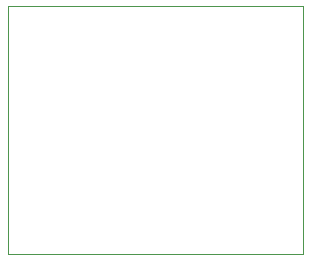
<source format=gm1>
G04*
G04 #@! TF.GenerationSoftware,Altium Limited,Altium Designer,24.9.1 (31)*
G04*
G04 Layer_Color=16711935*
%FSLAX44Y44*%
%MOMM*%
G71*
G04*
G04 #@! TF.SameCoordinates,6B1F32A5-85AB-4F9E-8824-BBACF1C5094E*
G04*
G04*
G04 #@! TF.FilePolarity,Positive*
G04*
G01*
G75*
%ADD11C,0.1000*%
D11*
X250000D01*
Y210000D01*
X0D02*
X250000D01*
X0Y0D02*
Y210000D01*
M02*

</source>
